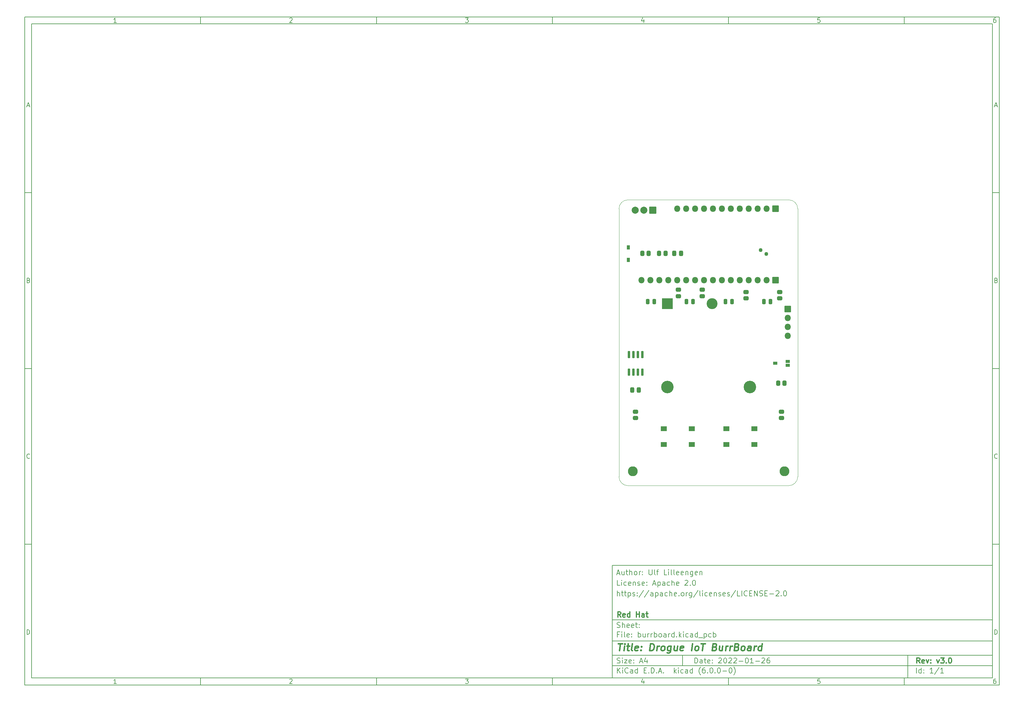
<source format=gts>
%TF.GenerationSoftware,KiCad,Pcbnew,(6.0.0-0)*%
%TF.CreationDate,2022-02-15T12:50:21+01:00*%
%TF.ProjectId,burrboard,62757272-626f-4617-9264-2e6b69636164,v3.0*%
%TF.SameCoordinates,Original*%
%TF.FileFunction,Soldermask,Top*%
%TF.FilePolarity,Negative*%
%FSLAX46Y46*%
G04 Gerber Fmt 4.6, Leading zero omitted, Abs format (unit mm)*
G04 Created by KiCad (PCBNEW (6.0.0-0)) date 2022-02-15 12:50:21*
%MOMM*%
%LPD*%
G01*
G04 APERTURE LIST*
G04 Aperture macros list*
%AMRoundRect*
0 Rectangle with rounded corners*
0 $1 Rounding radius*
0 $2 $3 $4 $5 $6 $7 $8 $9 X,Y pos of 4 corners*
0 Add a 4 corners polygon primitive as box body*
4,1,4,$2,$3,$4,$5,$6,$7,$8,$9,$2,$3,0*
0 Add four circle primitives for the rounded corners*
1,1,$1+$1,$2,$3*
1,1,$1+$1,$4,$5*
1,1,$1+$1,$6,$7*
1,1,$1+$1,$8,$9*
0 Add four rect primitives between the rounded corners*
20,1,$1+$1,$2,$3,$4,$5,0*
20,1,$1+$1,$4,$5,$6,$7,0*
20,1,$1+$1,$6,$7,$8,$9,0*
20,1,$1+$1,$8,$9,$2,$3,0*%
G04 Aperture macros list end*
%ADD10C,0.100000*%
%ADD11C,0.150000*%
%ADD12C,0.300000*%
%ADD13C,0.400000*%
%TA.AperFunction,Profile*%
%ADD14C,0.050000*%
%TD*%
%ADD15RoundRect,0.050800X-0.775000X-0.650000X0.775000X-0.650000X0.775000X0.650000X-0.775000X0.650000X0*%
%ADD16RoundRect,0.050800X0.550000X0.400000X-0.550000X0.400000X-0.550000X-0.400000X0.550000X-0.400000X0*%
%ADD17RoundRect,0.050800X-0.850000X0.850000X-0.850000X-0.850000X0.850000X-0.850000X0.850000X0.850000X0*%
%ADD18O,1.801600X1.801600*%
%ADD19RoundRect,0.294550X0.243750X0.456250X-0.243750X0.456250X-0.243750X-0.456250X0.243750X-0.456250X0*%
%ADD20RoundRect,0.300800X0.450000X-0.262500X0.450000X0.262500X-0.450000X0.262500X-0.450000X-0.262500X0*%
%ADD21RoundRect,0.300800X0.262500X0.450000X-0.262500X0.450000X-0.262500X-0.450000X0.262500X-0.450000X0*%
%ADD22RoundRect,0.300800X-0.450000X0.262500X-0.450000X-0.262500X0.450000X-0.262500X0.450000X0.262500X0*%
%ADD23RoundRect,0.200800X-0.150000X0.825000X-0.150000X-0.825000X0.150000X-0.825000X0.150000X0.825000X0*%
%ADD24RoundRect,0.300800X-0.250000X-0.475000X0.250000X-0.475000X0.250000X0.475000X-0.250000X0.475000X0*%
%ADD25RoundRect,0.050800X-0.400000X-0.575000X0.400000X-0.575000X0.400000X0.575000X-0.400000X0.575000X0*%
%ADD26C,1.101600*%
%ADD27RoundRect,0.300800X-0.262500X-0.450000X0.262500X-0.450000X0.262500X0.450000X-0.262500X0.450000X0*%
%ADD28C,2.801600*%
%ADD29RoundRect,0.050800X-0.850000X-0.850000X0.850000X-0.850000X0.850000X0.850000X-0.850000X0.850000X0*%
%ADD30C,3.551600*%
%ADD31RoundRect,0.050800X-1.500000X1.500000X-1.500000X-1.500000X1.500000X-1.500000X1.500000X1.500000X0*%
%ADD32C,3.101600*%
%ADD33RoundRect,0.050800X0.950000X0.950000X-0.950000X0.950000X-0.950000X-0.950000X0.950000X-0.950000X0*%
%ADD34C,2.001600*%
G04 APERTURE END LIST*
D10*
D11*
X177002200Y-166007200D02*
X177002200Y-198007200D01*
X285002200Y-198007200D01*
X285002200Y-166007200D01*
X177002200Y-166007200D01*
D10*
D11*
X10000000Y-10000000D02*
X10000000Y-200007200D01*
X287002200Y-200007200D01*
X287002200Y-10000000D01*
X10000000Y-10000000D01*
D10*
D11*
X12000000Y-12000000D02*
X12000000Y-198007200D01*
X285002200Y-198007200D01*
X285002200Y-12000000D01*
X12000000Y-12000000D01*
D10*
D11*
X60000000Y-12000000D02*
X60000000Y-10000000D01*
D10*
D11*
X110000000Y-12000000D02*
X110000000Y-10000000D01*
D10*
D11*
X160000000Y-12000000D02*
X160000000Y-10000000D01*
D10*
D11*
X210000000Y-12000000D02*
X210000000Y-10000000D01*
D10*
D11*
X260000000Y-12000000D02*
X260000000Y-10000000D01*
D10*
D11*
X36065476Y-11588095D02*
X35322619Y-11588095D01*
X35694047Y-11588095D02*
X35694047Y-10288095D01*
X35570238Y-10473809D01*
X35446428Y-10597619D01*
X35322619Y-10659523D01*
D10*
D11*
X85322619Y-10411904D02*
X85384523Y-10350000D01*
X85508333Y-10288095D01*
X85817857Y-10288095D01*
X85941666Y-10350000D01*
X86003571Y-10411904D01*
X86065476Y-10535714D01*
X86065476Y-10659523D01*
X86003571Y-10845238D01*
X85260714Y-11588095D01*
X86065476Y-11588095D01*
D10*
D11*
X135260714Y-10288095D02*
X136065476Y-10288095D01*
X135632142Y-10783333D01*
X135817857Y-10783333D01*
X135941666Y-10845238D01*
X136003571Y-10907142D01*
X136065476Y-11030952D01*
X136065476Y-11340476D01*
X136003571Y-11464285D01*
X135941666Y-11526190D01*
X135817857Y-11588095D01*
X135446428Y-11588095D01*
X135322619Y-11526190D01*
X135260714Y-11464285D01*
D10*
D11*
X185941666Y-10721428D02*
X185941666Y-11588095D01*
X185632142Y-10226190D02*
X185322619Y-11154761D01*
X186127380Y-11154761D01*
D10*
D11*
X236003571Y-10288095D02*
X235384523Y-10288095D01*
X235322619Y-10907142D01*
X235384523Y-10845238D01*
X235508333Y-10783333D01*
X235817857Y-10783333D01*
X235941666Y-10845238D01*
X236003571Y-10907142D01*
X236065476Y-11030952D01*
X236065476Y-11340476D01*
X236003571Y-11464285D01*
X235941666Y-11526190D01*
X235817857Y-11588095D01*
X235508333Y-11588095D01*
X235384523Y-11526190D01*
X235322619Y-11464285D01*
D10*
D11*
X285941666Y-10288095D02*
X285694047Y-10288095D01*
X285570238Y-10350000D01*
X285508333Y-10411904D01*
X285384523Y-10597619D01*
X285322619Y-10845238D01*
X285322619Y-11340476D01*
X285384523Y-11464285D01*
X285446428Y-11526190D01*
X285570238Y-11588095D01*
X285817857Y-11588095D01*
X285941666Y-11526190D01*
X286003571Y-11464285D01*
X286065476Y-11340476D01*
X286065476Y-11030952D01*
X286003571Y-10907142D01*
X285941666Y-10845238D01*
X285817857Y-10783333D01*
X285570238Y-10783333D01*
X285446428Y-10845238D01*
X285384523Y-10907142D01*
X285322619Y-11030952D01*
D10*
D11*
X60000000Y-198007200D02*
X60000000Y-200007200D01*
D10*
D11*
X110000000Y-198007200D02*
X110000000Y-200007200D01*
D10*
D11*
X160000000Y-198007200D02*
X160000000Y-200007200D01*
D10*
D11*
X210000000Y-198007200D02*
X210000000Y-200007200D01*
D10*
D11*
X260000000Y-198007200D02*
X260000000Y-200007200D01*
D10*
D11*
X36065476Y-199595295D02*
X35322619Y-199595295D01*
X35694047Y-199595295D02*
X35694047Y-198295295D01*
X35570238Y-198481009D01*
X35446428Y-198604819D01*
X35322619Y-198666723D01*
D10*
D11*
X85322619Y-198419104D02*
X85384523Y-198357200D01*
X85508333Y-198295295D01*
X85817857Y-198295295D01*
X85941666Y-198357200D01*
X86003571Y-198419104D01*
X86065476Y-198542914D01*
X86065476Y-198666723D01*
X86003571Y-198852438D01*
X85260714Y-199595295D01*
X86065476Y-199595295D01*
D10*
D11*
X135260714Y-198295295D02*
X136065476Y-198295295D01*
X135632142Y-198790533D01*
X135817857Y-198790533D01*
X135941666Y-198852438D01*
X136003571Y-198914342D01*
X136065476Y-199038152D01*
X136065476Y-199347676D01*
X136003571Y-199471485D01*
X135941666Y-199533390D01*
X135817857Y-199595295D01*
X135446428Y-199595295D01*
X135322619Y-199533390D01*
X135260714Y-199471485D01*
D10*
D11*
X185941666Y-198728628D02*
X185941666Y-199595295D01*
X185632142Y-198233390D02*
X185322619Y-199161961D01*
X186127380Y-199161961D01*
D10*
D11*
X236003571Y-198295295D02*
X235384523Y-198295295D01*
X235322619Y-198914342D01*
X235384523Y-198852438D01*
X235508333Y-198790533D01*
X235817857Y-198790533D01*
X235941666Y-198852438D01*
X236003571Y-198914342D01*
X236065476Y-199038152D01*
X236065476Y-199347676D01*
X236003571Y-199471485D01*
X235941666Y-199533390D01*
X235817857Y-199595295D01*
X235508333Y-199595295D01*
X235384523Y-199533390D01*
X235322619Y-199471485D01*
D10*
D11*
X285941666Y-198295295D02*
X285694047Y-198295295D01*
X285570238Y-198357200D01*
X285508333Y-198419104D01*
X285384523Y-198604819D01*
X285322619Y-198852438D01*
X285322619Y-199347676D01*
X285384523Y-199471485D01*
X285446428Y-199533390D01*
X285570238Y-199595295D01*
X285817857Y-199595295D01*
X285941666Y-199533390D01*
X286003571Y-199471485D01*
X286065476Y-199347676D01*
X286065476Y-199038152D01*
X286003571Y-198914342D01*
X285941666Y-198852438D01*
X285817857Y-198790533D01*
X285570238Y-198790533D01*
X285446428Y-198852438D01*
X285384523Y-198914342D01*
X285322619Y-199038152D01*
D10*
D11*
X10000000Y-60000000D02*
X12000000Y-60000000D01*
D10*
D11*
X10000000Y-110000000D02*
X12000000Y-110000000D01*
D10*
D11*
X10000000Y-160000000D02*
X12000000Y-160000000D01*
D10*
D11*
X10690476Y-35216666D02*
X11309523Y-35216666D01*
X10566666Y-35588095D02*
X11000000Y-34288095D01*
X11433333Y-35588095D01*
D10*
D11*
X11092857Y-84907142D02*
X11278571Y-84969047D01*
X11340476Y-85030952D01*
X11402380Y-85154761D01*
X11402380Y-85340476D01*
X11340476Y-85464285D01*
X11278571Y-85526190D01*
X11154761Y-85588095D01*
X10659523Y-85588095D01*
X10659523Y-84288095D01*
X11092857Y-84288095D01*
X11216666Y-84350000D01*
X11278571Y-84411904D01*
X11340476Y-84535714D01*
X11340476Y-84659523D01*
X11278571Y-84783333D01*
X11216666Y-84845238D01*
X11092857Y-84907142D01*
X10659523Y-84907142D01*
D10*
D11*
X11402380Y-135464285D02*
X11340476Y-135526190D01*
X11154761Y-135588095D01*
X11030952Y-135588095D01*
X10845238Y-135526190D01*
X10721428Y-135402380D01*
X10659523Y-135278571D01*
X10597619Y-135030952D01*
X10597619Y-134845238D01*
X10659523Y-134597619D01*
X10721428Y-134473809D01*
X10845238Y-134350000D01*
X11030952Y-134288095D01*
X11154761Y-134288095D01*
X11340476Y-134350000D01*
X11402380Y-134411904D01*
D10*
D11*
X10659523Y-185588095D02*
X10659523Y-184288095D01*
X10969047Y-184288095D01*
X11154761Y-184350000D01*
X11278571Y-184473809D01*
X11340476Y-184597619D01*
X11402380Y-184845238D01*
X11402380Y-185030952D01*
X11340476Y-185278571D01*
X11278571Y-185402380D01*
X11154761Y-185526190D01*
X10969047Y-185588095D01*
X10659523Y-185588095D01*
D10*
D11*
X287002200Y-60000000D02*
X285002200Y-60000000D01*
D10*
D11*
X287002200Y-110000000D02*
X285002200Y-110000000D01*
D10*
D11*
X287002200Y-160000000D02*
X285002200Y-160000000D01*
D10*
D11*
X285692676Y-35216666D02*
X286311723Y-35216666D01*
X285568866Y-35588095D02*
X286002200Y-34288095D01*
X286435533Y-35588095D01*
D10*
D11*
X286095057Y-84907142D02*
X286280771Y-84969047D01*
X286342676Y-85030952D01*
X286404580Y-85154761D01*
X286404580Y-85340476D01*
X286342676Y-85464285D01*
X286280771Y-85526190D01*
X286156961Y-85588095D01*
X285661723Y-85588095D01*
X285661723Y-84288095D01*
X286095057Y-84288095D01*
X286218866Y-84350000D01*
X286280771Y-84411904D01*
X286342676Y-84535714D01*
X286342676Y-84659523D01*
X286280771Y-84783333D01*
X286218866Y-84845238D01*
X286095057Y-84907142D01*
X285661723Y-84907142D01*
D10*
D11*
X286404580Y-135464285D02*
X286342676Y-135526190D01*
X286156961Y-135588095D01*
X286033152Y-135588095D01*
X285847438Y-135526190D01*
X285723628Y-135402380D01*
X285661723Y-135278571D01*
X285599819Y-135030952D01*
X285599819Y-134845238D01*
X285661723Y-134597619D01*
X285723628Y-134473809D01*
X285847438Y-134350000D01*
X286033152Y-134288095D01*
X286156961Y-134288095D01*
X286342676Y-134350000D01*
X286404580Y-134411904D01*
D10*
D11*
X285661723Y-185588095D02*
X285661723Y-184288095D01*
X285971247Y-184288095D01*
X286156961Y-184350000D01*
X286280771Y-184473809D01*
X286342676Y-184597619D01*
X286404580Y-184845238D01*
X286404580Y-185030952D01*
X286342676Y-185278571D01*
X286280771Y-185402380D01*
X286156961Y-185526190D01*
X285971247Y-185588095D01*
X285661723Y-185588095D01*
D10*
D11*
X200434342Y-193785771D02*
X200434342Y-192285771D01*
X200791485Y-192285771D01*
X201005771Y-192357200D01*
X201148628Y-192500057D01*
X201220057Y-192642914D01*
X201291485Y-192928628D01*
X201291485Y-193142914D01*
X201220057Y-193428628D01*
X201148628Y-193571485D01*
X201005771Y-193714342D01*
X200791485Y-193785771D01*
X200434342Y-193785771D01*
X202577200Y-193785771D02*
X202577200Y-193000057D01*
X202505771Y-192857200D01*
X202362914Y-192785771D01*
X202077200Y-192785771D01*
X201934342Y-192857200D01*
X202577200Y-193714342D02*
X202434342Y-193785771D01*
X202077200Y-193785771D01*
X201934342Y-193714342D01*
X201862914Y-193571485D01*
X201862914Y-193428628D01*
X201934342Y-193285771D01*
X202077200Y-193214342D01*
X202434342Y-193214342D01*
X202577200Y-193142914D01*
X203077200Y-192785771D02*
X203648628Y-192785771D01*
X203291485Y-192285771D02*
X203291485Y-193571485D01*
X203362914Y-193714342D01*
X203505771Y-193785771D01*
X203648628Y-193785771D01*
X204720057Y-193714342D02*
X204577200Y-193785771D01*
X204291485Y-193785771D01*
X204148628Y-193714342D01*
X204077200Y-193571485D01*
X204077200Y-193000057D01*
X204148628Y-192857200D01*
X204291485Y-192785771D01*
X204577200Y-192785771D01*
X204720057Y-192857200D01*
X204791485Y-193000057D01*
X204791485Y-193142914D01*
X204077200Y-193285771D01*
X205434342Y-193642914D02*
X205505771Y-193714342D01*
X205434342Y-193785771D01*
X205362914Y-193714342D01*
X205434342Y-193642914D01*
X205434342Y-193785771D01*
X205434342Y-192857200D02*
X205505771Y-192928628D01*
X205434342Y-193000057D01*
X205362914Y-192928628D01*
X205434342Y-192857200D01*
X205434342Y-193000057D01*
X207220057Y-192428628D02*
X207291485Y-192357200D01*
X207434342Y-192285771D01*
X207791485Y-192285771D01*
X207934342Y-192357200D01*
X208005771Y-192428628D01*
X208077200Y-192571485D01*
X208077200Y-192714342D01*
X208005771Y-192928628D01*
X207148628Y-193785771D01*
X208077200Y-193785771D01*
X209005771Y-192285771D02*
X209148628Y-192285771D01*
X209291485Y-192357200D01*
X209362914Y-192428628D01*
X209434342Y-192571485D01*
X209505771Y-192857200D01*
X209505771Y-193214342D01*
X209434342Y-193500057D01*
X209362914Y-193642914D01*
X209291485Y-193714342D01*
X209148628Y-193785771D01*
X209005771Y-193785771D01*
X208862914Y-193714342D01*
X208791485Y-193642914D01*
X208720057Y-193500057D01*
X208648628Y-193214342D01*
X208648628Y-192857200D01*
X208720057Y-192571485D01*
X208791485Y-192428628D01*
X208862914Y-192357200D01*
X209005771Y-192285771D01*
X210077200Y-192428628D02*
X210148628Y-192357200D01*
X210291485Y-192285771D01*
X210648628Y-192285771D01*
X210791485Y-192357200D01*
X210862914Y-192428628D01*
X210934342Y-192571485D01*
X210934342Y-192714342D01*
X210862914Y-192928628D01*
X210005771Y-193785771D01*
X210934342Y-193785771D01*
X211505771Y-192428628D02*
X211577200Y-192357200D01*
X211720057Y-192285771D01*
X212077200Y-192285771D01*
X212220057Y-192357200D01*
X212291485Y-192428628D01*
X212362914Y-192571485D01*
X212362914Y-192714342D01*
X212291485Y-192928628D01*
X211434342Y-193785771D01*
X212362914Y-193785771D01*
X213005771Y-193214342D02*
X214148628Y-193214342D01*
X215148628Y-192285771D02*
X215291485Y-192285771D01*
X215434342Y-192357200D01*
X215505771Y-192428628D01*
X215577200Y-192571485D01*
X215648628Y-192857200D01*
X215648628Y-193214342D01*
X215577200Y-193500057D01*
X215505771Y-193642914D01*
X215434342Y-193714342D01*
X215291485Y-193785771D01*
X215148628Y-193785771D01*
X215005771Y-193714342D01*
X214934342Y-193642914D01*
X214862914Y-193500057D01*
X214791485Y-193214342D01*
X214791485Y-192857200D01*
X214862914Y-192571485D01*
X214934342Y-192428628D01*
X215005771Y-192357200D01*
X215148628Y-192285771D01*
X217077200Y-193785771D02*
X216220057Y-193785771D01*
X216648628Y-193785771D02*
X216648628Y-192285771D01*
X216505771Y-192500057D01*
X216362914Y-192642914D01*
X216220057Y-192714342D01*
X217720057Y-193214342D02*
X218862914Y-193214342D01*
X219505771Y-192428628D02*
X219577200Y-192357200D01*
X219720057Y-192285771D01*
X220077200Y-192285771D01*
X220220057Y-192357200D01*
X220291485Y-192428628D01*
X220362914Y-192571485D01*
X220362914Y-192714342D01*
X220291485Y-192928628D01*
X219434342Y-193785771D01*
X220362914Y-193785771D01*
X221648628Y-192285771D02*
X221362914Y-192285771D01*
X221220057Y-192357200D01*
X221148628Y-192428628D01*
X221005771Y-192642914D01*
X220934342Y-192928628D01*
X220934342Y-193500057D01*
X221005771Y-193642914D01*
X221077200Y-193714342D01*
X221220057Y-193785771D01*
X221505771Y-193785771D01*
X221648628Y-193714342D01*
X221720057Y-193642914D01*
X221791485Y-193500057D01*
X221791485Y-193142914D01*
X221720057Y-193000057D01*
X221648628Y-192928628D01*
X221505771Y-192857200D01*
X221220057Y-192857200D01*
X221077200Y-192928628D01*
X221005771Y-193000057D01*
X220934342Y-193142914D01*
D10*
D11*
X177002200Y-194507200D02*
X285002200Y-194507200D01*
D10*
D11*
X178434342Y-196585771D02*
X178434342Y-195085771D01*
X179291485Y-196585771D02*
X178648628Y-195728628D01*
X179291485Y-195085771D02*
X178434342Y-195942914D01*
X179934342Y-196585771D02*
X179934342Y-195585771D01*
X179934342Y-195085771D02*
X179862914Y-195157200D01*
X179934342Y-195228628D01*
X180005771Y-195157200D01*
X179934342Y-195085771D01*
X179934342Y-195228628D01*
X181505771Y-196442914D02*
X181434342Y-196514342D01*
X181220057Y-196585771D01*
X181077200Y-196585771D01*
X180862914Y-196514342D01*
X180720057Y-196371485D01*
X180648628Y-196228628D01*
X180577200Y-195942914D01*
X180577200Y-195728628D01*
X180648628Y-195442914D01*
X180720057Y-195300057D01*
X180862914Y-195157200D01*
X181077200Y-195085771D01*
X181220057Y-195085771D01*
X181434342Y-195157200D01*
X181505771Y-195228628D01*
X182791485Y-196585771D02*
X182791485Y-195800057D01*
X182720057Y-195657200D01*
X182577200Y-195585771D01*
X182291485Y-195585771D01*
X182148628Y-195657200D01*
X182791485Y-196514342D02*
X182648628Y-196585771D01*
X182291485Y-196585771D01*
X182148628Y-196514342D01*
X182077200Y-196371485D01*
X182077200Y-196228628D01*
X182148628Y-196085771D01*
X182291485Y-196014342D01*
X182648628Y-196014342D01*
X182791485Y-195942914D01*
X184148628Y-196585771D02*
X184148628Y-195085771D01*
X184148628Y-196514342D02*
X184005771Y-196585771D01*
X183720057Y-196585771D01*
X183577200Y-196514342D01*
X183505771Y-196442914D01*
X183434342Y-196300057D01*
X183434342Y-195871485D01*
X183505771Y-195728628D01*
X183577200Y-195657200D01*
X183720057Y-195585771D01*
X184005771Y-195585771D01*
X184148628Y-195657200D01*
X186005771Y-195800057D02*
X186505771Y-195800057D01*
X186720057Y-196585771D02*
X186005771Y-196585771D01*
X186005771Y-195085771D01*
X186720057Y-195085771D01*
X187362914Y-196442914D02*
X187434342Y-196514342D01*
X187362914Y-196585771D01*
X187291485Y-196514342D01*
X187362914Y-196442914D01*
X187362914Y-196585771D01*
X188077200Y-196585771D02*
X188077200Y-195085771D01*
X188434342Y-195085771D01*
X188648628Y-195157200D01*
X188791485Y-195300057D01*
X188862914Y-195442914D01*
X188934342Y-195728628D01*
X188934342Y-195942914D01*
X188862914Y-196228628D01*
X188791485Y-196371485D01*
X188648628Y-196514342D01*
X188434342Y-196585771D01*
X188077200Y-196585771D01*
X189577200Y-196442914D02*
X189648628Y-196514342D01*
X189577200Y-196585771D01*
X189505771Y-196514342D01*
X189577200Y-196442914D01*
X189577200Y-196585771D01*
X190220057Y-196157200D02*
X190934342Y-196157200D01*
X190077200Y-196585771D02*
X190577200Y-195085771D01*
X191077200Y-196585771D01*
X191577200Y-196442914D02*
X191648628Y-196514342D01*
X191577200Y-196585771D01*
X191505771Y-196514342D01*
X191577200Y-196442914D01*
X191577200Y-196585771D01*
X194577200Y-196585771D02*
X194577200Y-195085771D01*
X194720057Y-196014342D02*
X195148628Y-196585771D01*
X195148628Y-195585771D02*
X194577200Y-196157200D01*
X195791485Y-196585771D02*
X195791485Y-195585771D01*
X195791485Y-195085771D02*
X195720057Y-195157200D01*
X195791485Y-195228628D01*
X195862914Y-195157200D01*
X195791485Y-195085771D01*
X195791485Y-195228628D01*
X197148628Y-196514342D02*
X197005771Y-196585771D01*
X196720057Y-196585771D01*
X196577200Y-196514342D01*
X196505771Y-196442914D01*
X196434342Y-196300057D01*
X196434342Y-195871485D01*
X196505771Y-195728628D01*
X196577200Y-195657200D01*
X196720057Y-195585771D01*
X197005771Y-195585771D01*
X197148628Y-195657200D01*
X198434342Y-196585771D02*
X198434342Y-195800057D01*
X198362914Y-195657200D01*
X198220057Y-195585771D01*
X197934342Y-195585771D01*
X197791485Y-195657200D01*
X198434342Y-196514342D02*
X198291485Y-196585771D01*
X197934342Y-196585771D01*
X197791485Y-196514342D01*
X197720057Y-196371485D01*
X197720057Y-196228628D01*
X197791485Y-196085771D01*
X197934342Y-196014342D01*
X198291485Y-196014342D01*
X198434342Y-195942914D01*
X199791485Y-196585771D02*
X199791485Y-195085771D01*
X199791485Y-196514342D02*
X199648628Y-196585771D01*
X199362914Y-196585771D01*
X199220057Y-196514342D01*
X199148628Y-196442914D01*
X199077200Y-196300057D01*
X199077200Y-195871485D01*
X199148628Y-195728628D01*
X199220057Y-195657200D01*
X199362914Y-195585771D01*
X199648628Y-195585771D01*
X199791485Y-195657200D01*
X202077200Y-197157200D02*
X202005771Y-197085771D01*
X201862914Y-196871485D01*
X201791485Y-196728628D01*
X201720057Y-196514342D01*
X201648628Y-196157200D01*
X201648628Y-195871485D01*
X201720057Y-195514342D01*
X201791485Y-195300057D01*
X201862914Y-195157200D01*
X202005771Y-194942914D01*
X202077200Y-194871485D01*
X203291485Y-195085771D02*
X203005771Y-195085771D01*
X202862914Y-195157200D01*
X202791485Y-195228628D01*
X202648628Y-195442914D01*
X202577200Y-195728628D01*
X202577200Y-196300057D01*
X202648628Y-196442914D01*
X202720057Y-196514342D01*
X202862914Y-196585771D01*
X203148628Y-196585771D01*
X203291485Y-196514342D01*
X203362914Y-196442914D01*
X203434342Y-196300057D01*
X203434342Y-195942914D01*
X203362914Y-195800057D01*
X203291485Y-195728628D01*
X203148628Y-195657200D01*
X202862914Y-195657200D01*
X202720057Y-195728628D01*
X202648628Y-195800057D01*
X202577200Y-195942914D01*
X204077200Y-196442914D02*
X204148628Y-196514342D01*
X204077200Y-196585771D01*
X204005771Y-196514342D01*
X204077200Y-196442914D01*
X204077200Y-196585771D01*
X205077200Y-195085771D02*
X205220057Y-195085771D01*
X205362914Y-195157200D01*
X205434342Y-195228628D01*
X205505771Y-195371485D01*
X205577200Y-195657200D01*
X205577200Y-196014342D01*
X205505771Y-196300057D01*
X205434342Y-196442914D01*
X205362914Y-196514342D01*
X205220057Y-196585771D01*
X205077200Y-196585771D01*
X204934342Y-196514342D01*
X204862914Y-196442914D01*
X204791485Y-196300057D01*
X204720057Y-196014342D01*
X204720057Y-195657200D01*
X204791485Y-195371485D01*
X204862914Y-195228628D01*
X204934342Y-195157200D01*
X205077200Y-195085771D01*
X206220057Y-196442914D02*
X206291485Y-196514342D01*
X206220057Y-196585771D01*
X206148628Y-196514342D01*
X206220057Y-196442914D01*
X206220057Y-196585771D01*
X207220057Y-195085771D02*
X207362914Y-195085771D01*
X207505771Y-195157200D01*
X207577200Y-195228628D01*
X207648628Y-195371485D01*
X207720057Y-195657200D01*
X207720057Y-196014342D01*
X207648628Y-196300057D01*
X207577200Y-196442914D01*
X207505771Y-196514342D01*
X207362914Y-196585771D01*
X207220057Y-196585771D01*
X207077200Y-196514342D01*
X207005771Y-196442914D01*
X206934342Y-196300057D01*
X206862914Y-196014342D01*
X206862914Y-195657200D01*
X206934342Y-195371485D01*
X207005771Y-195228628D01*
X207077200Y-195157200D01*
X207220057Y-195085771D01*
X208362914Y-196014342D02*
X209505771Y-196014342D01*
X210505771Y-195085771D02*
X210648628Y-195085771D01*
X210791485Y-195157200D01*
X210862914Y-195228628D01*
X210934342Y-195371485D01*
X211005771Y-195657200D01*
X211005771Y-196014342D01*
X210934342Y-196300057D01*
X210862914Y-196442914D01*
X210791485Y-196514342D01*
X210648628Y-196585771D01*
X210505771Y-196585771D01*
X210362914Y-196514342D01*
X210291485Y-196442914D01*
X210220057Y-196300057D01*
X210148628Y-196014342D01*
X210148628Y-195657200D01*
X210220057Y-195371485D01*
X210291485Y-195228628D01*
X210362914Y-195157200D01*
X210505771Y-195085771D01*
X211505771Y-197157200D02*
X211577200Y-197085771D01*
X211720057Y-196871485D01*
X211791485Y-196728628D01*
X211862914Y-196514342D01*
X211934342Y-196157200D01*
X211934342Y-195871485D01*
X211862914Y-195514342D01*
X211791485Y-195300057D01*
X211720057Y-195157200D01*
X211577200Y-194942914D01*
X211505771Y-194871485D01*
D10*
D11*
X177002200Y-191507200D02*
X285002200Y-191507200D01*
D10*
D12*
X264411485Y-193785771D02*
X263911485Y-193071485D01*
X263554342Y-193785771D02*
X263554342Y-192285771D01*
X264125771Y-192285771D01*
X264268628Y-192357200D01*
X264340057Y-192428628D01*
X264411485Y-192571485D01*
X264411485Y-192785771D01*
X264340057Y-192928628D01*
X264268628Y-193000057D01*
X264125771Y-193071485D01*
X263554342Y-193071485D01*
X265625771Y-193714342D02*
X265482914Y-193785771D01*
X265197200Y-193785771D01*
X265054342Y-193714342D01*
X264982914Y-193571485D01*
X264982914Y-193000057D01*
X265054342Y-192857200D01*
X265197200Y-192785771D01*
X265482914Y-192785771D01*
X265625771Y-192857200D01*
X265697200Y-193000057D01*
X265697200Y-193142914D01*
X264982914Y-193285771D01*
X266197200Y-192785771D02*
X266554342Y-193785771D01*
X266911485Y-192785771D01*
X267482914Y-193642914D02*
X267554342Y-193714342D01*
X267482914Y-193785771D01*
X267411485Y-193714342D01*
X267482914Y-193642914D01*
X267482914Y-193785771D01*
X267482914Y-192857200D02*
X267554342Y-192928628D01*
X267482914Y-193000057D01*
X267411485Y-192928628D01*
X267482914Y-192857200D01*
X267482914Y-193000057D01*
X269197200Y-192785771D02*
X269554342Y-193785771D01*
X269911485Y-192785771D01*
X270340057Y-192285771D02*
X271268628Y-192285771D01*
X270768628Y-192857200D01*
X270982914Y-192857200D01*
X271125771Y-192928628D01*
X271197200Y-193000057D01*
X271268628Y-193142914D01*
X271268628Y-193500057D01*
X271197200Y-193642914D01*
X271125771Y-193714342D01*
X270982914Y-193785771D01*
X270554342Y-193785771D01*
X270411485Y-193714342D01*
X270340057Y-193642914D01*
X271911485Y-193642914D02*
X271982914Y-193714342D01*
X271911485Y-193785771D01*
X271840057Y-193714342D01*
X271911485Y-193642914D01*
X271911485Y-193785771D01*
X272911485Y-192285771D02*
X273054342Y-192285771D01*
X273197200Y-192357200D01*
X273268628Y-192428628D01*
X273340057Y-192571485D01*
X273411485Y-192857200D01*
X273411485Y-193214342D01*
X273340057Y-193500057D01*
X273268628Y-193642914D01*
X273197200Y-193714342D01*
X273054342Y-193785771D01*
X272911485Y-193785771D01*
X272768628Y-193714342D01*
X272697200Y-193642914D01*
X272625771Y-193500057D01*
X272554342Y-193214342D01*
X272554342Y-192857200D01*
X272625771Y-192571485D01*
X272697200Y-192428628D01*
X272768628Y-192357200D01*
X272911485Y-192285771D01*
D10*
D11*
X178362914Y-193714342D02*
X178577200Y-193785771D01*
X178934342Y-193785771D01*
X179077200Y-193714342D01*
X179148628Y-193642914D01*
X179220057Y-193500057D01*
X179220057Y-193357200D01*
X179148628Y-193214342D01*
X179077200Y-193142914D01*
X178934342Y-193071485D01*
X178648628Y-193000057D01*
X178505771Y-192928628D01*
X178434342Y-192857200D01*
X178362914Y-192714342D01*
X178362914Y-192571485D01*
X178434342Y-192428628D01*
X178505771Y-192357200D01*
X178648628Y-192285771D01*
X179005771Y-192285771D01*
X179220057Y-192357200D01*
X179862914Y-193785771D02*
X179862914Y-192785771D01*
X179862914Y-192285771D02*
X179791485Y-192357200D01*
X179862914Y-192428628D01*
X179934342Y-192357200D01*
X179862914Y-192285771D01*
X179862914Y-192428628D01*
X180434342Y-192785771D02*
X181220057Y-192785771D01*
X180434342Y-193785771D01*
X181220057Y-193785771D01*
X182362914Y-193714342D02*
X182220057Y-193785771D01*
X181934342Y-193785771D01*
X181791485Y-193714342D01*
X181720057Y-193571485D01*
X181720057Y-193000057D01*
X181791485Y-192857200D01*
X181934342Y-192785771D01*
X182220057Y-192785771D01*
X182362914Y-192857200D01*
X182434342Y-193000057D01*
X182434342Y-193142914D01*
X181720057Y-193285771D01*
X183077200Y-193642914D02*
X183148628Y-193714342D01*
X183077200Y-193785771D01*
X183005771Y-193714342D01*
X183077200Y-193642914D01*
X183077200Y-193785771D01*
X183077200Y-192857200D02*
X183148628Y-192928628D01*
X183077200Y-193000057D01*
X183005771Y-192928628D01*
X183077200Y-192857200D01*
X183077200Y-193000057D01*
X184862914Y-193357200D02*
X185577200Y-193357200D01*
X184720057Y-193785771D02*
X185220057Y-192285771D01*
X185720057Y-193785771D01*
X186862914Y-192785771D02*
X186862914Y-193785771D01*
X186505771Y-192214342D02*
X186148628Y-193285771D01*
X187077200Y-193285771D01*
D10*
D11*
X263434342Y-196585771D02*
X263434342Y-195085771D01*
X264791485Y-196585771D02*
X264791485Y-195085771D01*
X264791485Y-196514342D02*
X264648628Y-196585771D01*
X264362914Y-196585771D01*
X264220057Y-196514342D01*
X264148628Y-196442914D01*
X264077200Y-196300057D01*
X264077200Y-195871485D01*
X264148628Y-195728628D01*
X264220057Y-195657200D01*
X264362914Y-195585771D01*
X264648628Y-195585771D01*
X264791485Y-195657200D01*
X265505771Y-196442914D02*
X265577200Y-196514342D01*
X265505771Y-196585771D01*
X265434342Y-196514342D01*
X265505771Y-196442914D01*
X265505771Y-196585771D01*
X265505771Y-195657200D02*
X265577200Y-195728628D01*
X265505771Y-195800057D01*
X265434342Y-195728628D01*
X265505771Y-195657200D01*
X265505771Y-195800057D01*
X268148628Y-196585771D02*
X267291485Y-196585771D01*
X267720057Y-196585771D02*
X267720057Y-195085771D01*
X267577200Y-195300057D01*
X267434342Y-195442914D01*
X267291485Y-195514342D01*
X269862914Y-195014342D02*
X268577200Y-196942914D01*
X271148628Y-196585771D02*
X270291485Y-196585771D01*
X270720057Y-196585771D02*
X270720057Y-195085771D01*
X270577200Y-195300057D01*
X270434342Y-195442914D01*
X270291485Y-195514342D01*
D10*
D11*
X177002200Y-187507200D02*
X285002200Y-187507200D01*
D10*
D13*
X178714580Y-188211961D02*
X179857438Y-188211961D01*
X179036009Y-190211961D02*
X179286009Y-188211961D01*
X180274104Y-190211961D02*
X180440771Y-188878628D01*
X180524104Y-188211961D02*
X180416961Y-188307200D01*
X180500295Y-188402438D01*
X180607438Y-188307200D01*
X180524104Y-188211961D01*
X180500295Y-188402438D01*
X181107438Y-188878628D02*
X181869342Y-188878628D01*
X181476485Y-188211961D02*
X181262200Y-189926247D01*
X181333628Y-190116723D01*
X181512200Y-190211961D01*
X181702676Y-190211961D01*
X182655057Y-190211961D02*
X182476485Y-190116723D01*
X182405057Y-189926247D01*
X182619342Y-188211961D01*
X184190771Y-190116723D02*
X183988390Y-190211961D01*
X183607438Y-190211961D01*
X183428866Y-190116723D01*
X183357438Y-189926247D01*
X183452676Y-189164342D01*
X183571723Y-188973866D01*
X183774104Y-188878628D01*
X184155057Y-188878628D01*
X184333628Y-188973866D01*
X184405057Y-189164342D01*
X184381247Y-189354819D01*
X183405057Y-189545295D01*
X185155057Y-190021485D02*
X185238390Y-190116723D01*
X185131247Y-190211961D01*
X185047914Y-190116723D01*
X185155057Y-190021485D01*
X185131247Y-190211961D01*
X185286009Y-188973866D02*
X185369342Y-189069104D01*
X185262200Y-189164342D01*
X185178866Y-189069104D01*
X185286009Y-188973866D01*
X185262200Y-189164342D01*
X187607438Y-190211961D02*
X187857438Y-188211961D01*
X188333628Y-188211961D01*
X188607438Y-188307200D01*
X188774104Y-188497676D01*
X188845533Y-188688152D01*
X188893152Y-189069104D01*
X188857438Y-189354819D01*
X188714580Y-189735771D01*
X188595533Y-189926247D01*
X188381247Y-190116723D01*
X188083628Y-190211961D01*
X187607438Y-190211961D01*
X189607438Y-190211961D02*
X189774104Y-188878628D01*
X189726485Y-189259580D02*
X189845533Y-189069104D01*
X189952676Y-188973866D01*
X190155057Y-188878628D01*
X190345533Y-188878628D01*
X191131247Y-190211961D02*
X190952676Y-190116723D01*
X190869342Y-190021485D01*
X190797914Y-189831009D01*
X190869342Y-189259580D01*
X190988390Y-189069104D01*
X191095533Y-188973866D01*
X191297914Y-188878628D01*
X191583628Y-188878628D01*
X191762200Y-188973866D01*
X191845533Y-189069104D01*
X191916961Y-189259580D01*
X191845533Y-189831009D01*
X191726485Y-190021485D01*
X191619342Y-190116723D01*
X191416961Y-190211961D01*
X191131247Y-190211961D01*
X193678866Y-188878628D02*
X193476485Y-190497676D01*
X193357438Y-190688152D01*
X193250295Y-190783390D01*
X193047914Y-190878628D01*
X192762200Y-190878628D01*
X192583628Y-190783390D01*
X193524104Y-190116723D02*
X193321723Y-190211961D01*
X192940771Y-190211961D01*
X192762200Y-190116723D01*
X192678866Y-190021485D01*
X192607438Y-189831009D01*
X192678866Y-189259580D01*
X192797914Y-189069104D01*
X192905057Y-188973866D01*
X193107438Y-188878628D01*
X193488390Y-188878628D01*
X193666961Y-188973866D01*
X195488390Y-188878628D02*
X195321723Y-190211961D01*
X194631247Y-188878628D02*
X194500295Y-189926247D01*
X194571723Y-190116723D01*
X194750295Y-190211961D01*
X195036009Y-190211961D01*
X195238390Y-190116723D01*
X195345533Y-190021485D01*
X197047914Y-190116723D02*
X196845533Y-190211961D01*
X196464580Y-190211961D01*
X196286009Y-190116723D01*
X196214580Y-189926247D01*
X196309819Y-189164342D01*
X196428866Y-188973866D01*
X196631247Y-188878628D01*
X197012200Y-188878628D01*
X197190771Y-188973866D01*
X197262200Y-189164342D01*
X197238390Y-189354819D01*
X196262200Y-189545295D01*
X199512200Y-190211961D02*
X199762200Y-188211961D01*
X200750295Y-190211961D02*
X200571723Y-190116723D01*
X200488390Y-190021485D01*
X200416961Y-189831009D01*
X200488390Y-189259580D01*
X200607438Y-189069104D01*
X200714580Y-188973866D01*
X200916961Y-188878628D01*
X201202676Y-188878628D01*
X201381247Y-188973866D01*
X201464580Y-189069104D01*
X201536009Y-189259580D01*
X201464580Y-189831009D01*
X201345533Y-190021485D01*
X201238390Y-190116723D01*
X201036009Y-190211961D01*
X200750295Y-190211961D01*
X202238390Y-188211961D02*
X203381247Y-188211961D01*
X202559819Y-190211961D02*
X202809819Y-188211961D01*
X206119342Y-189164342D02*
X206393152Y-189259580D01*
X206476485Y-189354819D01*
X206547914Y-189545295D01*
X206512200Y-189831009D01*
X206393152Y-190021485D01*
X206286009Y-190116723D01*
X206083628Y-190211961D01*
X205321723Y-190211961D01*
X205571723Y-188211961D01*
X206238390Y-188211961D01*
X206416961Y-188307200D01*
X206500295Y-188402438D01*
X206571723Y-188592914D01*
X206547914Y-188783390D01*
X206428866Y-188973866D01*
X206321723Y-189069104D01*
X206119342Y-189164342D01*
X205452676Y-189164342D01*
X208345533Y-188878628D02*
X208178866Y-190211961D01*
X207488390Y-188878628D02*
X207357438Y-189926247D01*
X207428866Y-190116723D01*
X207607438Y-190211961D01*
X207893152Y-190211961D01*
X208095533Y-190116723D01*
X208202676Y-190021485D01*
X209131247Y-190211961D02*
X209297914Y-188878628D01*
X209250295Y-189259580D02*
X209369342Y-189069104D01*
X209476485Y-188973866D01*
X209678866Y-188878628D01*
X209869342Y-188878628D01*
X210369342Y-190211961D02*
X210536009Y-188878628D01*
X210488390Y-189259580D02*
X210607438Y-189069104D01*
X210714580Y-188973866D01*
X210916961Y-188878628D01*
X211107438Y-188878628D01*
X212405057Y-189164342D02*
X212678866Y-189259580D01*
X212762200Y-189354819D01*
X212833628Y-189545295D01*
X212797914Y-189831009D01*
X212678866Y-190021485D01*
X212571723Y-190116723D01*
X212369342Y-190211961D01*
X211607438Y-190211961D01*
X211857438Y-188211961D01*
X212524104Y-188211961D01*
X212702676Y-188307200D01*
X212786009Y-188402438D01*
X212857438Y-188592914D01*
X212833628Y-188783390D01*
X212714580Y-188973866D01*
X212607438Y-189069104D01*
X212405057Y-189164342D01*
X211738390Y-189164342D01*
X213893152Y-190211961D02*
X213714580Y-190116723D01*
X213631247Y-190021485D01*
X213559819Y-189831009D01*
X213631247Y-189259580D01*
X213750295Y-189069104D01*
X213857438Y-188973866D01*
X214059819Y-188878628D01*
X214345533Y-188878628D01*
X214524104Y-188973866D01*
X214607438Y-189069104D01*
X214678866Y-189259580D01*
X214607438Y-189831009D01*
X214488390Y-190021485D01*
X214381247Y-190116723D01*
X214178866Y-190211961D01*
X213893152Y-190211961D01*
X216274104Y-190211961D02*
X216405057Y-189164342D01*
X216333628Y-188973866D01*
X216155057Y-188878628D01*
X215774104Y-188878628D01*
X215571723Y-188973866D01*
X216286009Y-190116723D02*
X216083628Y-190211961D01*
X215607438Y-190211961D01*
X215428866Y-190116723D01*
X215357438Y-189926247D01*
X215381247Y-189735771D01*
X215500295Y-189545295D01*
X215702676Y-189450057D01*
X216178866Y-189450057D01*
X216381247Y-189354819D01*
X217226485Y-190211961D02*
X217393152Y-188878628D01*
X217345533Y-189259580D02*
X217464580Y-189069104D01*
X217571723Y-188973866D01*
X217774104Y-188878628D01*
X217964580Y-188878628D01*
X219321723Y-190211961D02*
X219571723Y-188211961D01*
X219333628Y-190116723D02*
X219131247Y-190211961D01*
X218750295Y-190211961D01*
X218571723Y-190116723D01*
X218488390Y-190021485D01*
X218416961Y-189831009D01*
X218488390Y-189259580D01*
X218607438Y-189069104D01*
X218714580Y-188973866D01*
X218916961Y-188878628D01*
X219297914Y-188878628D01*
X219476485Y-188973866D01*
D10*
D11*
X178934342Y-185600057D02*
X178434342Y-185600057D01*
X178434342Y-186385771D02*
X178434342Y-184885771D01*
X179148628Y-184885771D01*
X179720057Y-186385771D02*
X179720057Y-185385771D01*
X179720057Y-184885771D02*
X179648628Y-184957200D01*
X179720057Y-185028628D01*
X179791485Y-184957200D01*
X179720057Y-184885771D01*
X179720057Y-185028628D01*
X180648628Y-186385771D02*
X180505771Y-186314342D01*
X180434342Y-186171485D01*
X180434342Y-184885771D01*
X181791485Y-186314342D02*
X181648628Y-186385771D01*
X181362914Y-186385771D01*
X181220057Y-186314342D01*
X181148628Y-186171485D01*
X181148628Y-185600057D01*
X181220057Y-185457200D01*
X181362914Y-185385771D01*
X181648628Y-185385771D01*
X181791485Y-185457200D01*
X181862914Y-185600057D01*
X181862914Y-185742914D01*
X181148628Y-185885771D01*
X182505771Y-186242914D02*
X182577200Y-186314342D01*
X182505771Y-186385771D01*
X182434342Y-186314342D01*
X182505771Y-186242914D01*
X182505771Y-186385771D01*
X182505771Y-185457200D02*
X182577200Y-185528628D01*
X182505771Y-185600057D01*
X182434342Y-185528628D01*
X182505771Y-185457200D01*
X182505771Y-185600057D01*
X184362914Y-186385771D02*
X184362914Y-184885771D01*
X184362914Y-185457200D02*
X184505771Y-185385771D01*
X184791485Y-185385771D01*
X184934342Y-185457200D01*
X185005771Y-185528628D01*
X185077200Y-185671485D01*
X185077200Y-186100057D01*
X185005771Y-186242914D01*
X184934342Y-186314342D01*
X184791485Y-186385771D01*
X184505771Y-186385771D01*
X184362914Y-186314342D01*
X186362914Y-185385771D02*
X186362914Y-186385771D01*
X185720057Y-185385771D02*
X185720057Y-186171485D01*
X185791485Y-186314342D01*
X185934342Y-186385771D01*
X186148628Y-186385771D01*
X186291485Y-186314342D01*
X186362914Y-186242914D01*
X187077200Y-186385771D02*
X187077200Y-185385771D01*
X187077200Y-185671485D02*
X187148628Y-185528628D01*
X187220057Y-185457200D01*
X187362914Y-185385771D01*
X187505771Y-185385771D01*
X188005771Y-186385771D02*
X188005771Y-185385771D01*
X188005771Y-185671485D02*
X188077200Y-185528628D01*
X188148628Y-185457200D01*
X188291485Y-185385771D01*
X188434342Y-185385771D01*
X188934342Y-186385771D02*
X188934342Y-184885771D01*
X188934342Y-185457200D02*
X189077200Y-185385771D01*
X189362914Y-185385771D01*
X189505771Y-185457200D01*
X189577200Y-185528628D01*
X189648628Y-185671485D01*
X189648628Y-186100057D01*
X189577200Y-186242914D01*
X189505771Y-186314342D01*
X189362914Y-186385771D01*
X189077200Y-186385771D01*
X188934342Y-186314342D01*
X190505771Y-186385771D02*
X190362914Y-186314342D01*
X190291485Y-186242914D01*
X190220057Y-186100057D01*
X190220057Y-185671485D01*
X190291485Y-185528628D01*
X190362914Y-185457200D01*
X190505771Y-185385771D01*
X190720057Y-185385771D01*
X190862914Y-185457200D01*
X190934342Y-185528628D01*
X191005771Y-185671485D01*
X191005771Y-186100057D01*
X190934342Y-186242914D01*
X190862914Y-186314342D01*
X190720057Y-186385771D01*
X190505771Y-186385771D01*
X192291485Y-186385771D02*
X192291485Y-185600057D01*
X192220057Y-185457200D01*
X192077200Y-185385771D01*
X191791485Y-185385771D01*
X191648628Y-185457200D01*
X192291485Y-186314342D02*
X192148628Y-186385771D01*
X191791485Y-186385771D01*
X191648628Y-186314342D01*
X191577200Y-186171485D01*
X191577200Y-186028628D01*
X191648628Y-185885771D01*
X191791485Y-185814342D01*
X192148628Y-185814342D01*
X192291485Y-185742914D01*
X193005771Y-186385771D02*
X193005771Y-185385771D01*
X193005771Y-185671485D02*
X193077200Y-185528628D01*
X193148628Y-185457200D01*
X193291485Y-185385771D01*
X193434342Y-185385771D01*
X194577200Y-186385771D02*
X194577200Y-184885771D01*
X194577200Y-186314342D02*
X194434342Y-186385771D01*
X194148628Y-186385771D01*
X194005771Y-186314342D01*
X193934342Y-186242914D01*
X193862914Y-186100057D01*
X193862914Y-185671485D01*
X193934342Y-185528628D01*
X194005771Y-185457200D01*
X194148628Y-185385771D01*
X194434342Y-185385771D01*
X194577200Y-185457200D01*
X195291485Y-186242914D02*
X195362914Y-186314342D01*
X195291485Y-186385771D01*
X195220057Y-186314342D01*
X195291485Y-186242914D01*
X195291485Y-186385771D01*
X196005771Y-186385771D02*
X196005771Y-184885771D01*
X196148628Y-185814342D02*
X196577200Y-186385771D01*
X196577200Y-185385771D02*
X196005771Y-185957200D01*
X197220057Y-186385771D02*
X197220057Y-185385771D01*
X197220057Y-184885771D02*
X197148628Y-184957200D01*
X197220057Y-185028628D01*
X197291485Y-184957200D01*
X197220057Y-184885771D01*
X197220057Y-185028628D01*
X198577200Y-186314342D02*
X198434342Y-186385771D01*
X198148628Y-186385771D01*
X198005771Y-186314342D01*
X197934342Y-186242914D01*
X197862914Y-186100057D01*
X197862914Y-185671485D01*
X197934342Y-185528628D01*
X198005771Y-185457200D01*
X198148628Y-185385771D01*
X198434342Y-185385771D01*
X198577200Y-185457200D01*
X199862914Y-186385771D02*
X199862914Y-185600057D01*
X199791485Y-185457200D01*
X199648628Y-185385771D01*
X199362914Y-185385771D01*
X199220057Y-185457200D01*
X199862914Y-186314342D02*
X199720057Y-186385771D01*
X199362914Y-186385771D01*
X199220057Y-186314342D01*
X199148628Y-186171485D01*
X199148628Y-186028628D01*
X199220057Y-185885771D01*
X199362914Y-185814342D01*
X199720057Y-185814342D01*
X199862914Y-185742914D01*
X201220057Y-186385771D02*
X201220057Y-184885771D01*
X201220057Y-186314342D02*
X201077200Y-186385771D01*
X200791485Y-186385771D01*
X200648628Y-186314342D01*
X200577200Y-186242914D01*
X200505771Y-186100057D01*
X200505771Y-185671485D01*
X200577200Y-185528628D01*
X200648628Y-185457200D01*
X200791485Y-185385771D01*
X201077200Y-185385771D01*
X201220057Y-185457200D01*
X201577200Y-186528628D02*
X202720057Y-186528628D01*
X203077200Y-185385771D02*
X203077200Y-186885771D01*
X203077200Y-185457200D02*
X203220057Y-185385771D01*
X203505771Y-185385771D01*
X203648628Y-185457200D01*
X203720057Y-185528628D01*
X203791485Y-185671485D01*
X203791485Y-186100057D01*
X203720057Y-186242914D01*
X203648628Y-186314342D01*
X203505771Y-186385771D01*
X203220057Y-186385771D01*
X203077200Y-186314342D01*
X205077200Y-186314342D02*
X204934342Y-186385771D01*
X204648628Y-186385771D01*
X204505771Y-186314342D01*
X204434342Y-186242914D01*
X204362914Y-186100057D01*
X204362914Y-185671485D01*
X204434342Y-185528628D01*
X204505771Y-185457200D01*
X204648628Y-185385771D01*
X204934342Y-185385771D01*
X205077200Y-185457200D01*
X205720057Y-186385771D02*
X205720057Y-184885771D01*
X205720057Y-185457200D02*
X205862914Y-185385771D01*
X206148628Y-185385771D01*
X206291485Y-185457200D01*
X206362914Y-185528628D01*
X206434342Y-185671485D01*
X206434342Y-186100057D01*
X206362914Y-186242914D01*
X206291485Y-186314342D01*
X206148628Y-186385771D01*
X205862914Y-186385771D01*
X205720057Y-186314342D01*
D10*
D11*
X177002200Y-181507200D02*
X285002200Y-181507200D01*
D10*
D11*
X178362914Y-183614342D02*
X178577200Y-183685771D01*
X178934342Y-183685771D01*
X179077200Y-183614342D01*
X179148628Y-183542914D01*
X179220057Y-183400057D01*
X179220057Y-183257200D01*
X179148628Y-183114342D01*
X179077200Y-183042914D01*
X178934342Y-182971485D01*
X178648628Y-182900057D01*
X178505771Y-182828628D01*
X178434342Y-182757200D01*
X178362914Y-182614342D01*
X178362914Y-182471485D01*
X178434342Y-182328628D01*
X178505771Y-182257200D01*
X178648628Y-182185771D01*
X179005771Y-182185771D01*
X179220057Y-182257200D01*
X179862914Y-183685771D02*
X179862914Y-182185771D01*
X180505771Y-183685771D02*
X180505771Y-182900057D01*
X180434342Y-182757200D01*
X180291485Y-182685771D01*
X180077200Y-182685771D01*
X179934342Y-182757200D01*
X179862914Y-182828628D01*
X181791485Y-183614342D02*
X181648628Y-183685771D01*
X181362914Y-183685771D01*
X181220057Y-183614342D01*
X181148628Y-183471485D01*
X181148628Y-182900057D01*
X181220057Y-182757200D01*
X181362914Y-182685771D01*
X181648628Y-182685771D01*
X181791485Y-182757200D01*
X181862914Y-182900057D01*
X181862914Y-183042914D01*
X181148628Y-183185771D01*
X183077200Y-183614342D02*
X182934342Y-183685771D01*
X182648628Y-183685771D01*
X182505771Y-183614342D01*
X182434342Y-183471485D01*
X182434342Y-182900057D01*
X182505771Y-182757200D01*
X182648628Y-182685771D01*
X182934342Y-182685771D01*
X183077200Y-182757200D01*
X183148628Y-182900057D01*
X183148628Y-183042914D01*
X182434342Y-183185771D01*
X183577200Y-182685771D02*
X184148628Y-182685771D01*
X183791485Y-182185771D02*
X183791485Y-183471485D01*
X183862914Y-183614342D01*
X184005771Y-183685771D01*
X184148628Y-183685771D01*
X184648628Y-183542914D02*
X184720057Y-183614342D01*
X184648628Y-183685771D01*
X184577200Y-183614342D01*
X184648628Y-183542914D01*
X184648628Y-183685771D01*
X184648628Y-182757200D02*
X184720057Y-182828628D01*
X184648628Y-182900057D01*
X184577200Y-182828628D01*
X184648628Y-182757200D01*
X184648628Y-182900057D01*
D10*
D12*
X179411485Y-180685771D02*
X178911485Y-179971485D01*
X178554342Y-180685771D02*
X178554342Y-179185771D01*
X179125771Y-179185771D01*
X179268628Y-179257200D01*
X179340057Y-179328628D01*
X179411485Y-179471485D01*
X179411485Y-179685771D01*
X179340057Y-179828628D01*
X179268628Y-179900057D01*
X179125771Y-179971485D01*
X178554342Y-179971485D01*
X180625771Y-180614342D02*
X180482914Y-180685771D01*
X180197200Y-180685771D01*
X180054342Y-180614342D01*
X179982914Y-180471485D01*
X179982914Y-179900057D01*
X180054342Y-179757200D01*
X180197200Y-179685771D01*
X180482914Y-179685771D01*
X180625771Y-179757200D01*
X180697200Y-179900057D01*
X180697200Y-180042914D01*
X179982914Y-180185771D01*
X181982914Y-180685771D02*
X181982914Y-179185771D01*
X181982914Y-180614342D02*
X181840057Y-180685771D01*
X181554342Y-180685771D01*
X181411485Y-180614342D01*
X181340057Y-180542914D01*
X181268628Y-180400057D01*
X181268628Y-179971485D01*
X181340057Y-179828628D01*
X181411485Y-179757200D01*
X181554342Y-179685771D01*
X181840057Y-179685771D01*
X181982914Y-179757200D01*
X183840057Y-180685771D02*
X183840057Y-179185771D01*
X183840057Y-179900057D02*
X184697200Y-179900057D01*
X184697200Y-180685771D02*
X184697200Y-179185771D01*
X186054342Y-180685771D02*
X186054342Y-179900057D01*
X185982914Y-179757200D01*
X185840057Y-179685771D01*
X185554342Y-179685771D01*
X185411485Y-179757200D01*
X186054342Y-180614342D02*
X185911485Y-180685771D01*
X185554342Y-180685771D01*
X185411485Y-180614342D01*
X185340057Y-180471485D01*
X185340057Y-180328628D01*
X185411485Y-180185771D01*
X185554342Y-180114342D01*
X185911485Y-180114342D01*
X186054342Y-180042914D01*
X186554342Y-179685771D02*
X187125771Y-179685771D01*
X186768628Y-179185771D02*
X186768628Y-180471485D01*
X186840057Y-180614342D01*
X186982914Y-180685771D01*
X187125771Y-180685771D01*
D10*
D11*
D10*
D11*
X178434342Y-174685771D02*
X178434342Y-173185771D01*
X179077200Y-174685771D02*
X179077200Y-173900057D01*
X179005771Y-173757200D01*
X178862914Y-173685771D01*
X178648628Y-173685771D01*
X178505771Y-173757200D01*
X178434342Y-173828628D01*
X179577200Y-173685771D02*
X180148628Y-173685771D01*
X179791485Y-173185771D02*
X179791485Y-174471485D01*
X179862914Y-174614342D01*
X180005771Y-174685771D01*
X180148628Y-174685771D01*
X180434342Y-173685771D02*
X181005771Y-173685771D01*
X180648628Y-173185771D02*
X180648628Y-174471485D01*
X180720057Y-174614342D01*
X180862914Y-174685771D01*
X181005771Y-174685771D01*
X181505771Y-173685771D02*
X181505771Y-175185771D01*
X181505771Y-173757200D02*
X181648628Y-173685771D01*
X181934342Y-173685771D01*
X182077200Y-173757200D01*
X182148628Y-173828628D01*
X182220057Y-173971485D01*
X182220057Y-174400057D01*
X182148628Y-174542914D01*
X182077200Y-174614342D01*
X181934342Y-174685771D01*
X181648628Y-174685771D01*
X181505771Y-174614342D01*
X182791485Y-174614342D02*
X182934342Y-174685771D01*
X183220057Y-174685771D01*
X183362914Y-174614342D01*
X183434342Y-174471485D01*
X183434342Y-174400057D01*
X183362914Y-174257200D01*
X183220057Y-174185771D01*
X183005771Y-174185771D01*
X182862914Y-174114342D01*
X182791485Y-173971485D01*
X182791485Y-173900057D01*
X182862914Y-173757200D01*
X183005771Y-173685771D01*
X183220057Y-173685771D01*
X183362914Y-173757200D01*
X184077200Y-174542914D02*
X184148628Y-174614342D01*
X184077200Y-174685771D01*
X184005771Y-174614342D01*
X184077200Y-174542914D01*
X184077200Y-174685771D01*
X184077200Y-173757200D02*
X184148628Y-173828628D01*
X184077200Y-173900057D01*
X184005771Y-173828628D01*
X184077200Y-173757200D01*
X184077200Y-173900057D01*
X185862914Y-173114342D02*
X184577200Y-175042914D01*
X187434342Y-173114342D02*
X186148628Y-175042914D01*
X188577200Y-174685771D02*
X188577200Y-173900057D01*
X188505771Y-173757200D01*
X188362914Y-173685771D01*
X188077200Y-173685771D01*
X187934342Y-173757200D01*
X188577200Y-174614342D02*
X188434342Y-174685771D01*
X188077200Y-174685771D01*
X187934342Y-174614342D01*
X187862914Y-174471485D01*
X187862914Y-174328628D01*
X187934342Y-174185771D01*
X188077200Y-174114342D01*
X188434342Y-174114342D01*
X188577200Y-174042914D01*
X189291485Y-173685771D02*
X189291485Y-175185771D01*
X189291485Y-173757200D02*
X189434342Y-173685771D01*
X189720057Y-173685771D01*
X189862914Y-173757200D01*
X189934342Y-173828628D01*
X190005771Y-173971485D01*
X190005771Y-174400057D01*
X189934342Y-174542914D01*
X189862914Y-174614342D01*
X189720057Y-174685771D01*
X189434342Y-174685771D01*
X189291485Y-174614342D01*
X191291485Y-174685771D02*
X191291485Y-173900057D01*
X191220057Y-173757200D01*
X191077200Y-173685771D01*
X190791485Y-173685771D01*
X190648628Y-173757200D01*
X191291485Y-174614342D02*
X191148628Y-174685771D01*
X190791485Y-174685771D01*
X190648628Y-174614342D01*
X190577200Y-174471485D01*
X190577200Y-174328628D01*
X190648628Y-174185771D01*
X190791485Y-174114342D01*
X191148628Y-174114342D01*
X191291485Y-174042914D01*
X192648628Y-174614342D02*
X192505771Y-174685771D01*
X192220057Y-174685771D01*
X192077200Y-174614342D01*
X192005771Y-174542914D01*
X191934342Y-174400057D01*
X191934342Y-173971485D01*
X192005771Y-173828628D01*
X192077200Y-173757200D01*
X192220057Y-173685771D01*
X192505771Y-173685771D01*
X192648628Y-173757200D01*
X193291485Y-174685771D02*
X193291485Y-173185771D01*
X193934342Y-174685771D02*
X193934342Y-173900057D01*
X193862914Y-173757200D01*
X193720057Y-173685771D01*
X193505771Y-173685771D01*
X193362914Y-173757200D01*
X193291485Y-173828628D01*
X195220057Y-174614342D02*
X195077200Y-174685771D01*
X194791485Y-174685771D01*
X194648628Y-174614342D01*
X194577200Y-174471485D01*
X194577200Y-173900057D01*
X194648628Y-173757200D01*
X194791485Y-173685771D01*
X195077200Y-173685771D01*
X195220057Y-173757200D01*
X195291485Y-173900057D01*
X195291485Y-174042914D01*
X194577200Y-174185771D01*
X195934342Y-174542914D02*
X196005771Y-174614342D01*
X195934342Y-174685771D01*
X195862914Y-174614342D01*
X195934342Y-174542914D01*
X195934342Y-174685771D01*
X196862914Y-174685771D02*
X196720057Y-174614342D01*
X196648628Y-174542914D01*
X196577200Y-174400057D01*
X196577200Y-173971485D01*
X196648628Y-173828628D01*
X196720057Y-173757200D01*
X196862914Y-173685771D01*
X197077200Y-173685771D01*
X197220057Y-173757200D01*
X197291485Y-173828628D01*
X197362914Y-173971485D01*
X197362914Y-174400057D01*
X197291485Y-174542914D01*
X197220057Y-174614342D01*
X197077200Y-174685771D01*
X196862914Y-174685771D01*
X198005771Y-174685771D02*
X198005771Y-173685771D01*
X198005771Y-173971485D02*
X198077200Y-173828628D01*
X198148628Y-173757200D01*
X198291485Y-173685771D01*
X198434342Y-173685771D01*
X199577200Y-173685771D02*
X199577200Y-174900057D01*
X199505771Y-175042914D01*
X199434342Y-175114342D01*
X199291485Y-175185771D01*
X199077200Y-175185771D01*
X198934342Y-175114342D01*
X199577200Y-174614342D02*
X199434342Y-174685771D01*
X199148628Y-174685771D01*
X199005771Y-174614342D01*
X198934342Y-174542914D01*
X198862914Y-174400057D01*
X198862914Y-173971485D01*
X198934342Y-173828628D01*
X199005771Y-173757200D01*
X199148628Y-173685771D01*
X199434342Y-173685771D01*
X199577200Y-173757200D01*
X201362914Y-173114342D02*
X200077200Y-175042914D01*
X202077200Y-174685771D02*
X201934342Y-174614342D01*
X201862914Y-174471485D01*
X201862914Y-173185771D01*
X202648628Y-174685771D02*
X202648628Y-173685771D01*
X202648628Y-173185771D02*
X202577200Y-173257200D01*
X202648628Y-173328628D01*
X202720057Y-173257200D01*
X202648628Y-173185771D01*
X202648628Y-173328628D01*
X204005771Y-174614342D02*
X203862914Y-174685771D01*
X203577200Y-174685771D01*
X203434342Y-174614342D01*
X203362914Y-174542914D01*
X203291485Y-174400057D01*
X203291485Y-173971485D01*
X203362914Y-173828628D01*
X203434342Y-173757200D01*
X203577200Y-173685771D01*
X203862914Y-173685771D01*
X204005771Y-173757200D01*
X205220057Y-174614342D02*
X205077200Y-174685771D01*
X204791485Y-174685771D01*
X204648628Y-174614342D01*
X204577200Y-174471485D01*
X204577200Y-173900057D01*
X204648628Y-173757200D01*
X204791485Y-173685771D01*
X205077200Y-173685771D01*
X205220057Y-173757200D01*
X205291485Y-173900057D01*
X205291485Y-174042914D01*
X204577200Y-174185771D01*
X205934342Y-173685771D02*
X205934342Y-174685771D01*
X205934342Y-173828628D02*
X206005771Y-173757200D01*
X206148628Y-173685771D01*
X206362914Y-173685771D01*
X206505771Y-173757200D01*
X206577200Y-173900057D01*
X206577200Y-174685771D01*
X207220057Y-174614342D02*
X207362914Y-174685771D01*
X207648628Y-174685771D01*
X207791485Y-174614342D01*
X207862914Y-174471485D01*
X207862914Y-174400057D01*
X207791485Y-174257200D01*
X207648628Y-174185771D01*
X207434342Y-174185771D01*
X207291485Y-174114342D01*
X207220057Y-173971485D01*
X207220057Y-173900057D01*
X207291485Y-173757200D01*
X207434342Y-173685771D01*
X207648628Y-173685771D01*
X207791485Y-173757200D01*
X209077200Y-174614342D02*
X208934342Y-174685771D01*
X208648628Y-174685771D01*
X208505771Y-174614342D01*
X208434342Y-174471485D01*
X208434342Y-173900057D01*
X208505771Y-173757200D01*
X208648628Y-173685771D01*
X208934342Y-173685771D01*
X209077200Y-173757200D01*
X209148628Y-173900057D01*
X209148628Y-174042914D01*
X208434342Y-174185771D01*
X209720057Y-174614342D02*
X209862914Y-174685771D01*
X210148628Y-174685771D01*
X210291485Y-174614342D01*
X210362914Y-174471485D01*
X210362914Y-174400057D01*
X210291485Y-174257200D01*
X210148628Y-174185771D01*
X209934342Y-174185771D01*
X209791485Y-174114342D01*
X209720057Y-173971485D01*
X209720057Y-173900057D01*
X209791485Y-173757200D01*
X209934342Y-173685771D01*
X210148628Y-173685771D01*
X210291485Y-173757200D01*
X212077200Y-173114342D02*
X210791485Y-175042914D01*
X213291485Y-174685771D02*
X212577200Y-174685771D01*
X212577200Y-173185771D01*
X213791485Y-174685771D02*
X213791485Y-173185771D01*
X215362914Y-174542914D02*
X215291485Y-174614342D01*
X215077200Y-174685771D01*
X214934342Y-174685771D01*
X214720057Y-174614342D01*
X214577200Y-174471485D01*
X214505771Y-174328628D01*
X214434342Y-174042914D01*
X214434342Y-173828628D01*
X214505771Y-173542914D01*
X214577200Y-173400057D01*
X214720057Y-173257200D01*
X214934342Y-173185771D01*
X215077200Y-173185771D01*
X215291485Y-173257200D01*
X215362914Y-173328628D01*
X216005771Y-173900057D02*
X216505771Y-173900057D01*
X216720057Y-174685771D02*
X216005771Y-174685771D01*
X216005771Y-173185771D01*
X216720057Y-173185771D01*
X217362914Y-174685771D02*
X217362914Y-173185771D01*
X218220057Y-174685771D01*
X218220057Y-173185771D01*
X218862914Y-174614342D02*
X219077200Y-174685771D01*
X219434342Y-174685771D01*
X219577200Y-174614342D01*
X219648628Y-174542914D01*
X219720057Y-174400057D01*
X219720057Y-174257200D01*
X219648628Y-174114342D01*
X219577200Y-174042914D01*
X219434342Y-173971485D01*
X219148628Y-173900057D01*
X219005771Y-173828628D01*
X218934342Y-173757200D01*
X218862914Y-173614342D01*
X218862914Y-173471485D01*
X218934342Y-173328628D01*
X219005771Y-173257200D01*
X219148628Y-173185771D01*
X219505771Y-173185771D01*
X219720057Y-173257200D01*
X220362914Y-173900057D02*
X220862914Y-173900057D01*
X221077200Y-174685771D02*
X220362914Y-174685771D01*
X220362914Y-173185771D01*
X221077200Y-173185771D01*
X221720057Y-174114342D02*
X222862914Y-174114342D01*
X223505771Y-173328628D02*
X223577200Y-173257200D01*
X223720057Y-173185771D01*
X224077200Y-173185771D01*
X224220057Y-173257200D01*
X224291485Y-173328628D01*
X224362914Y-173471485D01*
X224362914Y-173614342D01*
X224291485Y-173828628D01*
X223434342Y-174685771D01*
X224362914Y-174685771D01*
X225005771Y-174542914D02*
X225077200Y-174614342D01*
X225005771Y-174685771D01*
X224934342Y-174614342D01*
X225005771Y-174542914D01*
X225005771Y-174685771D01*
X226005771Y-173185771D02*
X226148628Y-173185771D01*
X226291485Y-173257200D01*
X226362914Y-173328628D01*
X226434342Y-173471485D01*
X226505771Y-173757200D01*
X226505771Y-174114342D01*
X226434342Y-174400057D01*
X226362914Y-174542914D01*
X226291485Y-174614342D01*
X226148628Y-174685771D01*
X226005771Y-174685771D01*
X225862914Y-174614342D01*
X225791485Y-174542914D01*
X225720057Y-174400057D01*
X225648628Y-174114342D01*
X225648628Y-173757200D01*
X225720057Y-173471485D01*
X225791485Y-173328628D01*
X225862914Y-173257200D01*
X226005771Y-173185771D01*
D10*
D11*
X179148628Y-171685771D02*
X178434342Y-171685771D01*
X178434342Y-170185771D01*
X179648628Y-171685771D02*
X179648628Y-170685771D01*
X179648628Y-170185771D02*
X179577200Y-170257200D01*
X179648628Y-170328628D01*
X179720057Y-170257200D01*
X179648628Y-170185771D01*
X179648628Y-170328628D01*
X181005771Y-171614342D02*
X180862914Y-171685771D01*
X180577200Y-171685771D01*
X180434342Y-171614342D01*
X180362914Y-171542914D01*
X180291485Y-171400057D01*
X180291485Y-170971485D01*
X180362914Y-170828628D01*
X180434342Y-170757200D01*
X180577200Y-170685771D01*
X180862914Y-170685771D01*
X181005771Y-170757200D01*
X182220057Y-171614342D02*
X182077200Y-171685771D01*
X181791485Y-171685771D01*
X181648628Y-171614342D01*
X181577200Y-171471485D01*
X181577200Y-170900057D01*
X181648628Y-170757200D01*
X181791485Y-170685771D01*
X182077200Y-170685771D01*
X182220057Y-170757200D01*
X182291485Y-170900057D01*
X182291485Y-171042914D01*
X181577200Y-171185771D01*
X182934342Y-170685771D02*
X182934342Y-171685771D01*
X182934342Y-170828628D02*
X183005771Y-170757200D01*
X183148628Y-170685771D01*
X183362914Y-170685771D01*
X183505771Y-170757200D01*
X183577200Y-170900057D01*
X183577200Y-171685771D01*
X184220057Y-171614342D02*
X184362914Y-171685771D01*
X184648628Y-171685771D01*
X184791485Y-171614342D01*
X184862914Y-171471485D01*
X184862914Y-171400057D01*
X184791485Y-171257200D01*
X184648628Y-171185771D01*
X184434342Y-171185771D01*
X184291485Y-171114342D01*
X184220057Y-170971485D01*
X184220057Y-170900057D01*
X184291485Y-170757200D01*
X184434342Y-170685771D01*
X184648628Y-170685771D01*
X184791485Y-170757200D01*
X186077200Y-171614342D02*
X185934342Y-171685771D01*
X185648628Y-171685771D01*
X185505771Y-171614342D01*
X185434342Y-171471485D01*
X185434342Y-170900057D01*
X185505771Y-170757200D01*
X185648628Y-170685771D01*
X185934342Y-170685771D01*
X186077200Y-170757200D01*
X186148628Y-170900057D01*
X186148628Y-171042914D01*
X185434342Y-171185771D01*
X186791485Y-171542914D02*
X186862914Y-171614342D01*
X186791485Y-171685771D01*
X186720057Y-171614342D01*
X186791485Y-171542914D01*
X186791485Y-171685771D01*
X186791485Y-170757200D02*
X186862914Y-170828628D01*
X186791485Y-170900057D01*
X186720057Y-170828628D01*
X186791485Y-170757200D01*
X186791485Y-170900057D01*
X188577200Y-171257200D02*
X189291485Y-171257200D01*
X188434342Y-171685771D02*
X188934342Y-170185771D01*
X189434342Y-171685771D01*
X189934342Y-170685771D02*
X189934342Y-172185771D01*
X189934342Y-170757200D02*
X190077200Y-170685771D01*
X190362914Y-170685771D01*
X190505771Y-170757200D01*
X190577200Y-170828628D01*
X190648628Y-170971485D01*
X190648628Y-171400057D01*
X190577200Y-171542914D01*
X190505771Y-171614342D01*
X190362914Y-171685771D01*
X190077200Y-171685771D01*
X189934342Y-171614342D01*
X191934342Y-171685771D02*
X191934342Y-170900057D01*
X191862914Y-170757200D01*
X191720057Y-170685771D01*
X191434342Y-170685771D01*
X191291485Y-170757200D01*
X191934342Y-171614342D02*
X191791485Y-171685771D01*
X191434342Y-171685771D01*
X191291485Y-171614342D01*
X191220057Y-171471485D01*
X191220057Y-171328628D01*
X191291485Y-171185771D01*
X191434342Y-171114342D01*
X191791485Y-171114342D01*
X191934342Y-171042914D01*
X193291485Y-171614342D02*
X193148628Y-171685771D01*
X192862914Y-171685771D01*
X192720057Y-171614342D01*
X192648628Y-171542914D01*
X192577200Y-171400057D01*
X192577200Y-170971485D01*
X192648628Y-170828628D01*
X192720057Y-170757200D01*
X192862914Y-170685771D01*
X193148628Y-170685771D01*
X193291485Y-170757200D01*
X193934342Y-171685771D02*
X193934342Y-170185771D01*
X194577200Y-171685771D02*
X194577200Y-170900057D01*
X194505771Y-170757200D01*
X194362914Y-170685771D01*
X194148628Y-170685771D01*
X194005771Y-170757200D01*
X193934342Y-170828628D01*
X195862914Y-171614342D02*
X195720057Y-171685771D01*
X195434342Y-171685771D01*
X195291485Y-171614342D01*
X195220057Y-171471485D01*
X195220057Y-170900057D01*
X195291485Y-170757200D01*
X195434342Y-170685771D01*
X195720057Y-170685771D01*
X195862914Y-170757200D01*
X195934342Y-170900057D01*
X195934342Y-171042914D01*
X195220057Y-171185771D01*
X197648628Y-170328628D02*
X197720057Y-170257200D01*
X197862914Y-170185771D01*
X198220057Y-170185771D01*
X198362914Y-170257200D01*
X198434342Y-170328628D01*
X198505771Y-170471485D01*
X198505771Y-170614342D01*
X198434342Y-170828628D01*
X197577200Y-171685771D01*
X198505771Y-171685771D01*
X199148628Y-171542914D02*
X199220057Y-171614342D01*
X199148628Y-171685771D01*
X199077200Y-171614342D01*
X199148628Y-171542914D01*
X199148628Y-171685771D01*
X200148628Y-170185771D02*
X200291485Y-170185771D01*
X200434342Y-170257200D01*
X200505771Y-170328628D01*
X200577200Y-170471485D01*
X200648628Y-170757200D01*
X200648628Y-171114342D01*
X200577200Y-171400057D01*
X200505771Y-171542914D01*
X200434342Y-171614342D01*
X200291485Y-171685771D01*
X200148628Y-171685771D01*
X200005771Y-171614342D01*
X199934342Y-171542914D01*
X199862914Y-171400057D01*
X199791485Y-171114342D01*
X199791485Y-170757200D01*
X199862914Y-170471485D01*
X199934342Y-170328628D01*
X200005771Y-170257200D01*
X200148628Y-170185771D01*
D10*
D11*
X178362914Y-168257200D02*
X179077200Y-168257200D01*
X178220057Y-168685771D02*
X178720057Y-167185771D01*
X179220057Y-168685771D01*
X180362914Y-167685771D02*
X180362914Y-168685771D01*
X179720057Y-167685771D02*
X179720057Y-168471485D01*
X179791485Y-168614342D01*
X179934342Y-168685771D01*
X180148628Y-168685771D01*
X180291485Y-168614342D01*
X180362914Y-168542914D01*
X180862914Y-167685771D02*
X181434342Y-167685771D01*
X181077200Y-167185771D02*
X181077200Y-168471485D01*
X181148628Y-168614342D01*
X181291485Y-168685771D01*
X181434342Y-168685771D01*
X181934342Y-168685771D02*
X181934342Y-167185771D01*
X182577200Y-168685771D02*
X182577200Y-167900057D01*
X182505771Y-167757200D01*
X182362914Y-167685771D01*
X182148628Y-167685771D01*
X182005771Y-167757200D01*
X181934342Y-167828628D01*
X183505771Y-168685771D02*
X183362914Y-168614342D01*
X183291485Y-168542914D01*
X183220057Y-168400057D01*
X183220057Y-167971485D01*
X183291485Y-167828628D01*
X183362914Y-167757200D01*
X183505771Y-167685771D01*
X183720057Y-167685771D01*
X183862914Y-167757200D01*
X183934342Y-167828628D01*
X184005771Y-167971485D01*
X184005771Y-168400057D01*
X183934342Y-168542914D01*
X183862914Y-168614342D01*
X183720057Y-168685771D01*
X183505771Y-168685771D01*
X184648628Y-168685771D02*
X184648628Y-167685771D01*
X184648628Y-167971485D02*
X184720057Y-167828628D01*
X184791485Y-167757200D01*
X184934342Y-167685771D01*
X185077200Y-167685771D01*
X185577200Y-168542914D02*
X185648628Y-168614342D01*
X185577200Y-168685771D01*
X185505771Y-168614342D01*
X185577200Y-168542914D01*
X185577200Y-168685771D01*
X185577200Y-167757200D02*
X185648628Y-167828628D01*
X185577200Y-167900057D01*
X185505771Y-167828628D01*
X185577200Y-167757200D01*
X185577200Y-167900057D01*
X187434342Y-167185771D02*
X187434342Y-168400057D01*
X187505771Y-168542914D01*
X187577200Y-168614342D01*
X187720057Y-168685771D01*
X188005771Y-168685771D01*
X188148628Y-168614342D01*
X188220057Y-168542914D01*
X188291485Y-168400057D01*
X188291485Y-167185771D01*
X189220057Y-168685771D02*
X189077200Y-168614342D01*
X189005771Y-168471485D01*
X189005771Y-167185771D01*
X189577200Y-167685771D02*
X190148628Y-167685771D01*
X189791485Y-168685771D02*
X189791485Y-167400057D01*
X189862914Y-167257200D01*
X190005771Y-167185771D01*
X190148628Y-167185771D01*
X192505771Y-168685771D02*
X191791485Y-168685771D01*
X191791485Y-167185771D01*
X193005771Y-168685771D02*
X193005771Y-167685771D01*
X193005771Y-167185771D02*
X192934342Y-167257200D01*
X193005771Y-167328628D01*
X193077200Y-167257200D01*
X193005771Y-167185771D01*
X193005771Y-167328628D01*
X193934342Y-168685771D02*
X193791485Y-168614342D01*
X193720057Y-168471485D01*
X193720057Y-167185771D01*
X194720057Y-168685771D02*
X194577200Y-168614342D01*
X194505771Y-168471485D01*
X194505771Y-167185771D01*
X195862914Y-168614342D02*
X195720057Y-168685771D01*
X195434342Y-168685771D01*
X195291485Y-168614342D01*
X195220057Y-168471485D01*
X195220057Y-167900057D01*
X195291485Y-167757200D01*
X195434342Y-167685771D01*
X195720057Y-167685771D01*
X195862914Y-167757200D01*
X195934342Y-167900057D01*
X195934342Y-168042914D01*
X195220057Y-168185771D01*
X197148628Y-168614342D02*
X197005771Y-168685771D01*
X196720057Y-168685771D01*
X196577200Y-168614342D01*
X196505771Y-168471485D01*
X196505771Y-167900057D01*
X196577200Y-167757200D01*
X196720057Y-167685771D01*
X197005771Y-167685771D01*
X197148628Y-167757200D01*
X197220057Y-167900057D01*
X197220057Y-168042914D01*
X196505771Y-168185771D01*
X197862914Y-167685771D02*
X197862914Y-168685771D01*
X197862914Y-167828628D02*
X197934342Y-167757200D01*
X198077200Y-167685771D01*
X198291485Y-167685771D01*
X198434342Y-167757200D01*
X198505771Y-167900057D01*
X198505771Y-168685771D01*
X199862914Y-167685771D02*
X199862914Y-168900057D01*
X199791485Y-169042914D01*
X199720057Y-169114342D01*
X199577200Y-169185771D01*
X199362914Y-169185771D01*
X199220057Y-169114342D01*
X199862914Y-168614342D02*
X199720057Y-168685771D01*
X199434342Y-168685771D01*
X199291485Y-168614342D01*
X199220057Y-168542914D01*
X199148628Y-168400057D01*
X199148628Y-167971485D01*
X199220057Y-167828628D01*
X199291485Y-167757200D01*
X199434342Y-167685771D01*
X199720057Y-167685771D01*
X199862914Y-167757200D01*
X201148628Y-168614342D02*
X201005771Y-168685771D01*
X200720057Y-168685771D01*
X200577200Y-168614342D01*
X200505771Y-168471485D01*
X200505771Y-167900057D01*
X200577200Y-167757200D01*
X200720057Y-167685771D01*
X201005771Y-167685771D01*
X201148628Y-167757200D01*
X201220057Y-167900057D01*
X201220057Y-168042914D01*
X200505771Y-168185771D01*
X201862914Y-167685771D02*
X201862914Y-168685771D01*
X201862914Y-167828628D02*
X201934342Y-167757200D01*
X202077200Y-167685771D01*
X202291485Y-167685771D01*
X202434342Y-167757200D01*
X202505771Y-167900057D01*
X202505771Y-168685771D01*
D10*
D11*
X197002200Y-191507200D02*
X197002200Y-194507200D01*
D10*
D11*
X261002200Y-191507200D02*
X261002200Y-198007200D01*
D14*
X178892200Y-64566800D02*
X178892200Y-140766800D01*
X229692200Y-64566800D02*
G75*
G03*
X227152200Y-62026800I-2540001J-1D01*
G01*
X181432200Y-143306800D02*
X227152200Y-143306800D01*
X227152200Y-143306800D02*
G75*
G03*
X229692200Y-140766800I-1J2540001D01*
G01*
X227152200Y-62026800D02*
X181432200Y-62026800D01*
X178892200Y-140766800D02*
G75*
G03*
X181432200Y-143306800I2540001J1D01*
G01*
X181432200Y-62026800D02*
G75*
G03*
X178892200Y-64566800I1J-2540001D01*
G01*
X229692200Y-140766800D02*
X229692200Y-64566800D01*
X178892200Y-64566800D02*
X178892200Y-140766800D01*
X229692200Y-64566800D02*
G75*
G03*
X227152200Y-62026800I-2540001J-1D01*
G01*
X181432200Y-143306800D02*
X227152200Y-143306800D01*
X227152200Y-143306800D02*
G75*
G03*
X229692200Y-140766800I-1J2540001D01*
G01*
X227152200Y-62026800D02*
X181432200Y-62026800D01*
X178892200Y-140766800D02*
G75*
G03*
X181432200Y-143306800I2540001J1D01*
G01*
X181432200Y-62026800D02*
G75*
G03*
X178892200Y-64566800I1J-2540001D01*
G01*
X229692200Y-140766800D02*
X229692200Y-64566800D01*
D15*
%TO.C,S2*%
X209385000Y-127112200D03*
X217335000Y-127112200D03*
X209385000Y-131612200D03*
X217335000Y-131612200D03*
%TD*%
D16*
%TO.C,Q1*%
X226819000Y-107958800D03*
X226819000Y-109058800D03*
X223269000Y-108508800D03*
%TD*%
D15*
%TO.C,S1*%
X191605000Y-127112200D03*
X199555000Y-127112200D03*
X191605000Y-131612200D03*
X199555000Y-131612200D03*
%TD*%
D17*
%TO.C,J1*%
X223342200Y-84886800D03*
D18*
X220802200Y-84886800D03*
X218262200Y-84886800D03*
X215722200Y-84886800D03*
X213182200Y-84886800D03*
X210642200Y-84886800D03*
X208102200Y-84886800D03*
X205562200Y-84886800D03*
X203022200Y-84886800D03*
X200482200Y-84886800D03*
X197942200Y-84886800D03*
X195402200Y-84886800D03*
X192862200Y-84886800D03*
X190322200Y-84886800D03*
X187782200Y-84886800D03*
X185242200Y-84886800D03*
%TD*%
D17*
%TO.C,J2*%
X223342200Y-64566800D03*
D18*
X220802200Y-64566800D03*
X218262200Y-64566800D03*
X215722200Y-64566800D03*
X213182200Y-64566800D03*
X210642200Y-64566800D03*
X208102200Y-64566800D03*
X205562200Y-64566800D03*
X203022200Y-64566800D03*
X200482200Y-64566800D03*
X197942200Y-64566800D03*
X195402200Y-64566800D03*
%TD*%
D19*
%TO.C,D2*%
X199946500Y-90932000D03*
X198071500Y-90932000D03*
%TD*%
%TO.C,D4*%
X221917500Y-90932000D03*
X220042500Y-90932000D03*
%TD*%
D20*
%TO.C,R4*%
X183591200Y-124102500D03*
X183591200Y-122277500D03*
%TD*%
%TO.C,R8*%
X224536000Y-90066500D03*
X224536000Y-88241500D03*
%TD*%
%TO.C,R7*%
X202514200Y-89406100D03*
X202514200Y-87581100D03*
%TD*%
D21*
%TO.C,R1*%
X225956500Y-114180000D03*
X224131500Y-114180000D03*
%TD*%
D22*
%TO.C,R5*%
X225044000Y-122277500D03*
X225044000Y-124102500D03*
%TD*%
D23*
%TO.C,U1*%
X185496200Y-106033800D03*
X184226200Y-106033800D03*
X182956200Y-106033800D03*
X181686200Y-106033800D03*
X181686200Y-110983800D03*
X182956200Y-110983800D03*
X184226200Y-110983800D03*
X185496200Y-110983800D03*
%TD*%
D24*
%TO.C,C1*%
X182641200Y-116128800D03*
X184541200Y-116128800D03*
%TD*%
D20*
%TO.C,R6*%
X195757800Y-89431500D03*
X195757800Y-87606500D03*
%TD*%
D19*
%TO.C,D1*%
X188897500Y-90932000D03*
X187022500Y-90932000D03*
%TD*%
D20*
%TO.C,R2*%
X215036400Y-90066500D03*
X215036400Y-88241500D03*
%TD*%
D19*
%TO.C,D3*%
X210995500Y-90932000D03*
X209120500Y-90932000D03*
%TD*%
D21*
%TO.C,R11*%
X192123700Y-77216000D03*
X190298700Y-77216000D03*
%TD*%
D25*
%TO.C,D5*%
X181560000Y-75570000D03*
X181560000Y-79070000D03*
%TD*%
D26*
%TO.C,J5*%
X220751400Y-77419200D03*
%TD*%
D27*
%TO.C,R10*%
X185523500Y-77216000D03*
X187348500Y-77216000D03*
%TD*%
D24*
%TO.C,C5*%
X194630000Y-77260000D03*
X196530000Y-77260000D03*
%TD*%
D28*
%TO.C,REF\u002A\u002A*%
X182830000Y-139192000D03*
%TD*%
D29*
%TO.C,J3*%
X226850000Y-93080000D03*
D18*
X226850000Y-95620000D03*
X226850000Y-98160000D03*
X226850000Y-100700000D03*
%TD*%
D28*
%TO.C,REF\u002A\u002A*%
X225930000Y-139192000D03*
%TD*%
D26*
%TO.C,J4*%
X219138500Y-76352400D03*
%TD*%
D30*
%TO.C,BT1*%
X216108200Y-115236200D03*
X192608200Y-115236200D03*
D31*
X192608200Y-91516200D03*
D32*
X205308200Y-91516200D03*
%TD*%
D33*
%TO.C,S3*%
X188468000Y-64990000D03*
D34*
X185968000Y-64990000D03*
X183468000Y-64990000D03*
%TD*%
M02*

</source>
